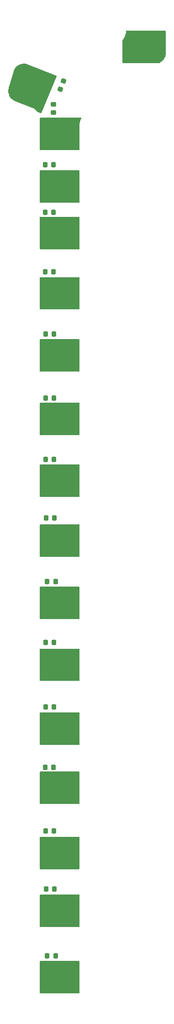
<source format=gbr>
%TF.GenerationSoftware,KiCad,Pcbnew,8.0.2*%
%TF.CreationDate,2025-02-02T12:39:54+01:00*%
%TF.ProjectId,FT25_AMS_VSENS,46543235-5f41-44d5-935f-5653454e532e,rev?*%
%TF.SameCoordinates,Original*%
%TF.FileFunction,Soldermask,Top*%
%TF.FilePolarity,Negative*%
%FSLAX46Y46*%
G04 Gerber Fmt 4.6, Leading zero omitted, Abs format (unit mm)*
G04 Created by KiCad (PCBNEW 8.0.2) date 2025-02-02 12:39:54*
%MOMM*%
%LPD*%
G01*
G04 APERTURE LIST*
G04 Aperture macros list*
%AMRoundRect*
0 Rectangle with rounded corners*
0 $1 Rounding radius*
0 $2 $3 $4 $5 $6 $7 $8 $9 X,Y pos of 4 corners*
0 Add a 4 corners polygon primitive as box body*
4,1,4,$2,$3,$4,$5,$6,$7,$8,$9,$2,$3,0*
0 Add four circle primitives for the rounded corners*
1,1,$1+$1,$2,$3*
1,1,$1+$1,$4,$5*
1,1,$1+$1,$6,$7*
1,1,$1+$1,$8,$9*
0 Add four rect primitives between the rounded corners*
20,1,$1+$1,$2,$3,$4,$5,0*
20,1,$1+$1,$4,$5,$6,$7,0*
20,1,$1+$1,$6,$7,$8,$9,0*
20,1,$1+$1,$8,$9,$2,$3,0*%
G04 Aperture macros list end*
%ADD10RoundRect,0.218750X-0.165979X0.293200X-0.315613X-0.117915X0.165979X-0.293200X0.315613X0.117915X0*%
%ADD11RoundRect,0.218750X0.218750X0.256250X-0.218750X0.256250X-0.218750X-0.256250X0.218750X-0.256250X0*%
%ADD12RoundRect,0.218750X-0.218750X-0.256250X0.218750X-0.256250X0.218750X0.256250X-0.218750X0.256250X0*%
%ADD13RoundRect,0.381000X0.381000X-0.762000X0.381000X0.762000X-0.381000X0.762000X-0.381000X-0.762000X0*%
%ADD14RoundRect,0.218750X-0.256250X0.218750X-0.256250X-0.218750X0.256250X-0.218750X0.256250X0.218750X0*%
%ADD15RoundRect,0.381000X-0.381000X0.762000X-0.381000X-0.762000X0.381000X-0.762000X0.381000X0.762000X0*%
%ADD16RoundRect,0.381000X-0.849799X-0.060393X0.558194X-0.643603X0.849799X0.060393X-0.558194X0.643603X0*%
G04 APERTURE END LIST*
D10*
%TO.C,F16*%
X200519340Y-68009992D03*
X199980660Y-69490008D03*
%TD*%
D11*
%TO.C,F4*%
X198887500Y-148900000D03*
X197312500Y-148900000D03*
%TD*%
D12*
%TO.C,F8*%
X197512500Y-229900000D03*
X199087500Y-229900000D03*
%TD*%
D11*
%TO.C,F2*%
X198687500Y-103300000D03*
X197112500Y-103300000D03*
%TD*%
D13*
%TO.C,J12*%
X199750000Y-198600000D03*
%TD*%
%TO.C,J17*%
X199750000Y-87350000D03*
%TD*%
%TO.C,J16*%
X199750000Y-107100000D03*
%TD*%
D14*
%TO.C,F15*%
X198700000Y-72312499D03*
X198700000Y-73887501D03*
%TD*%
D15*
%TO.C,J11*%
X199750000Y-221850000D03*
%TD*%
D13*
%TO.C,J4*%
X199950000Y-95942699D03*
%TD*%
%TO.C,J9*%
X199776785Y-210600000D03*
%TD*%
D11*
%TO.C,F5*%
X198787500Y-171900000D03*
X197212500Y-171900000D03*
%TD*%
D12*
%TO.C,F11*%
X197512500Y-160600000D03*
X199087500Y-160600000D03*
%TD*%
D11*
%TO.C,F1*%
X198687501Y-83500000D03*
X197112499Y-83500000D03*
%TD*%
D13*
%TO.C,J8*%
X199776785Y-187657301D03*
%TD*%
%TO.C,J1*%
X215800000Y-62000000D03*
%TD*%
D11*
%TO.C,F6*%
X198687500Y-195000000D03*
X197112500Y-195000000D03*
%TD*%
D16*
%TO.C,J2*%
X194500000Y-69200000D03*
%TD*%
D12*
%TO.C,F10*%
X197212500Y-183800000D03*
X198787500Y-183800000D03*
%TD*%
%TO.C,F9*%
X197212500Y-206800000D03*
X198787500Y-206800000D03*
%TD*%
%TO.C,F14*%
X197112500Y-92300000D03*
X198687500Y-92300000D03*
%TD*%
%TO.C,F12*%
X197212500Y-138000000D03*
X198787500Y-138000000D03*
%TD*%
D13*
%TO.C,J6*%
X199750000Y-141600000D03*
%TD*%
D15*
%TO.C,J14*%
X199750000Y-153100000D03*
%TD*%
%TO.C,J10*%
X199750000Y-233600000D03*
%TD*%
%TO.C,J13*%
X199750000Y-175850000D03*
%TD*%
D11*
%TO.C,F3*%
X198787500Y-126700000D03*
X197212500Y-126700000D03*
%TD*%
D13*
%TO.C,J5*%
X199750000Y-118600000D03*
%TD*%
D12*
%TO.C,F13*%
X197212500Y-114800000D03*
X198787500Y-114800000D03*
%TD*%
D13*
%TO.C,J7*%
X199776785Y-164407301D03*
%TD*%
D15*
%TO.C,J15*%
X199750000Y-130600000D03*
%TD*%
D12*
%TO.C,F7*%
X197312500Y-217500000D03*
X198887500Y-217500000D03*
%TD*%
D13*
%TO.C,J3*%
X200000000Y-78100000D03*
%TD*%
G36*
X193277263Y-64798191D02*
G01*
X193536426Y-64825238D01*
X193553372Y-64828206D01*
X193807347Y-64891123D01*
X193821741Y-64895634D01*
X193942839Y-64941847D01*
X193944819Y-64942622D01*
X198639985Y-66827255D01*
X198837345Y-66903921D01*
X198837351Y-66903923D01*
X199171127Y-67004058D01*
X199229682Y-67042176D01*
X199258334Y-67105901D01*
X199249939Y-67170563D01*
X196454089Y-73873494D01*
X196410113Y-73927789D01*
X196343765Y-73949691D01*
X196291869Y-73940186D01*
X195775546Y-73724607D01*
X195721266Y-73680612D01*
X195720598Y-73679634D01*
X195701195Y-73650937D01*
X195499961Y-73431948D01*
X195268503Y-73245168D01*
X195268498Y-73245165D01*
X195011939Y-73094728D01*
X194832824Y-73018997D01*
X194825866Y-73017113D01*
X191557750Y-71705320D01*
X191555667Y-71704462D01*
X191428094Y-71650544D01*
X191413762Y-71643362D01*
X191173786Y-71503001D01*
X191158733Y-71492636D01*
X190942879Y-71319234D01*
X190929512Y-71306768D01*
X190741492Y-71103520D01*
X190730103Y-71089225D01*
X190574002Y-70860545D01*
X190564838Y-70844732D01*
X190444047Y-70595593D01*
X190437307Y-70578603D01*
X190354450Y-70314410D01*
X190350281Y-70296615D01*
X190307160Y-70023115D01*
X190305652Y-70004899D01*
X190303204Y-69728030D01*
X190304390Y-69709792D01*
X190342819Y-69434471D01*
X190346065Y-69418740D01*
X190382767Y-69285252D01*
X190383375Y-69283114D01*
X191280548Y-66234872D01*
X191281180Y-66232795D01*
X191320149Y-66108472D01*
X191325507Y-66094424D01*
X191433415Y-65856042D01*
X191441580Y-65840899D01*
X191580862Y-65620666D01*
X191591044Y-65606799D01*
X191759466Y-65407966D01*
X191771470Y-65395641D01*
X191965791Y-65222035D01*
X191979385Y-65211490D01*
X192195872Y-65066445D01*
X192210795Y-65057883D01*
X192445262Y-64944205D01*
X192461226Y-64937792D01*
X192709182Y-64857656D01*
X192725881Y-64853514D01*
X192982527Y-64808473D01*
X192999638Y-64806681D01*
X193260069Y-64797596D01*
X193277263Y-64798191D01*
G37*
G36*
X203818992Y-74812384D02*
G01*
X203864747Y-74865188D01*
X203874691Y-74934346D01*
X203857761Y-74981357D01*
X203753769Y-75151529D01*
X203644043Y-75403014D01*
X203644042Y-75403016D01*
X203569724Y-75667141D01*
X203532208Y-75938954D01*
X203529941Y-76076139D01*
X203529941Y-80668699D01*
X203510256Y-80735738D01*
X203457452Y-80781493D01*
X203405941Y-80792699D01*
X196253941Y-80792699D01*
X196186902Y-80773014D01*
X196141147Y-80720210D01*
X196129941Y-80668699D01*
X196129941Y-74916699D01*
X196149626Y-74849660D01*
X196202430Y-74803905D01*
X196253941Y-74792699D01*
X203751953Y-74792699D01*
X203818992Y-74812384D01*
G37*
G36*
X203472980Y-115812384D02*
G01*
X203518735Y-115865188D01*
X203529941Y-115916699D01*
X203529941Y-121668699D01*
X203510256Y-121735738D01*
X203457452Y-121781493D01*
X203405941Y-121792699D01*
X196253941Y-121792699D01*
X196186902Y-121773014D01*
X196141147Y-121720210D01*
X196129941Y-121668699D01*
X196129941Y-115916699D01*
X196149626Y-115849660D01*
X196202430Y-115803905D01*
X196253941Y-115792699D01*
X203405941Y-115792699D01*
X203472980Y-115812384D01*
G37*
G36*
X203472980Y-195812384D02*
G01*
X203518735Y-195865188D01*
X203529941Y-195916699D01*
X203529941Y-201668699D01*
X203510256Y-201735738D01*
X203457452Y-201781493D01*
X203405941Y-201792699D01*
X196253941Y-201792699D01*
X196186902Y-201773014D01*
X196141147Y-201720210D01*
X196129941Y-201668699D01*
X196129941Y-195916699D01*
X196149626Y-195849660D01*
X196202430Y-195803905D01*
X196253941Y-195792699D01*
X203405941Y-195792699D01*
X203472980Y-195812384D01*
G37*
G36*
X203472980Y-150062384D02*
G01*
X203518735Y-150115188D01*
X203529941Y-150166699D01*
X203529941Y-155918699D01*
X203510256Y-155985738D01*
X203457452Y-156031493D01*
X203405941Y-156042699D01*
X196253941Y-156042699D01*
X196186902Y-156023014D01*
X196141147Y-155970210D01*
X196129941Y-155918699D01*
X196129941Y-150166699D01*
X196149626Y-150099660D01*
X196202430Y-150053905D01*
X196253941Y-150042699D01*
X203405941Y-150042699D01*
X203472980Y-150062384D01*
G37*
G36*
X203472980Y-230869685D02*
G01*
X203518735Y-230922489D01*
X203529941Y-230974000D01*
X203529941Y-236726000D01*
X203510256Y-236793039D01*
X203457452Y-236838794D01*
X203405941Y-236850000D01*
X196253941Y-236850000D01*
X196186902Y-236830315D01*
X196141147Y-236777511D01*
X196129941Y-236726000D01*
X196129941Y-230974000D01*
X196149626Y-230906961D01*
X196202430Y-230861206D01*
X196253941Y-230850000D01*
X203405941Y-230850000D01*
X203472980Y-230869685D01*
G37*
G36*
X203472980Y-138991805D02*
G01*
X203518735Y-139044609D01*
X203529941Y-139096120D01*
X203529941Y-144848120D01*
X203510256Y-144915159D01*
X203457452Y-144960914D01*
X203405941Y-144972120D01*
X196253941Y-144972120D01*
X196186902Y-144952435D01*
X196141147Y-144899631D01*
X196129941Y-144848120D01*
X196129941Y-139096120D01*
X196149626Y-139029081D01*
X196202430Y-138983326D01*
X196253941Y-138972120D01*
X203405941Y-138972120D01*
X203472980Y-138991805D01*
G37*
G36*
X203472980Y-173062384D02*
G01*
X203518735Y-173115188D01*
X203529941Y-173166699D01*
X203529941Y-178918699D01*
X203510256Y-178985738D01*
X203457452Y-179031493D01*
X203405941Y-179042699D01*
X196253941Y-179042699D01*
X196186902Y-179023014D01*
X196141147Y-178970210D01*
X196129941Y-178918699D01*
X196129941Y-173166699D01*
X196149626Y-173099660D01*
X196202430Y-173053905D01*
X196253941Y-173042699D01*
X203405941Y-173042699D01*
X203472980Y-173062384D01*
G37*
G36*
X203472980Y-184869685D02*
G01*
X203518735Y-184922489D01*
X203529941Y-184974000D01*
X203529941Y-190726000D01*
X203510256Y-190793039D01*
X203457452Y-190838794D01*
X203405941Y-190850000D01*
X196253941Y-190850000D01*
X196186902Y-190830315D01*
X196141147Y-190777511D01*
X196129941Y-190726000D01*
X196129941Y-184974000D01*
X196149626Y-184906961D01*
X196202430Y-184861206D01*
X196253941Y-184850000D01*
X203405941Y-184850000D01*
X203472980Y-184869685D01*
G37*
G36*
X203472980Y-127562384D02*
G01*
X203518735Y-127615188D01*
X203529941Y-127666699D01*
X203529941Y-133418699D01*
X203510256Y-133485738D01*
X203457452Y-133531493D01*
X203405941Y-133542699D01*
X196253941Y-133542699D01*
X196186902Y-133523014D01*
X196141147Y-133470210D01*
X196129941Y-133418699D01*
X196129941Y-127666699D01*
X196149626Y-127599660D01*
X196202430Y-127553905D01*
X196253941Y-127542699D01*
X203405941Y-127542699D01*
X203472980Y-127562384D01*
G37*
G36*
X203472980Y-84562384D02*
G01*
X203518735Y-84615188D01*
X203529941Y-84666699D01*
X203529941Y-90418699D01*
X203510256Y-90485738D01*
X203457452Y-90531493D01*
X203405941Y-90542699D01*
X196253941Y-90542699D01*
X196186902Y-90523014D01*
X196141147Y-90470210D01*
X196129941Y-90418699D01*
X196129941Y-84666699D01*
X196149626Y-84599660D01*
X196202430Y-84553905D01*
X196253941Y-84542699D01*
X203405941Y-84542699D01*
X203472980Y-84562384D01*
G37*
G36*
X203472980Y-93155083D02*
G01*
X203518735Y-93207887D01*
X203529941Y-93259398D01*
X203529941Y-99011398D01*
X203510256Y-99078437D01*
X203457452Y-99124192D01*
X203405941Y-99135398D01*
X196253941Y-99135398D01*
X196186902Y-99115713D01*
X196141147Y-99062909D01*
X196129941Y-99011398D01*
X196129941Y-93259398D01*
X196149626Y-93192359D01*
X196202430Y-93146604D01*
X196253941Y-93135398D01*
X203405941Y-93135398D01*
X203472980Y-93155083D01*
G37*
G36*
X203472980Y-218562384D02*
G01*
X203518735Y-218615188D01*
X203529941Y-218666699D01*
X203529941Y-224418699D01*
X203510256Y-224485738D01*
X203457452Y-224531493D01*
X203405941Y-224542699D01*
X196253941Y-224542699D01*
X196186902Y-224523014D01*
X196141147Y-224470210D01*
X196129941Y-224418699D01*
X196129941Y-218666699D01*
X196149626Y-218599660D01*
X196202430Y-218553905D01*
X196253941Y-218542699D01*
X203405941Y-218542699D01*
X203472980Y-218562384D01*
G37*
G36*
X203472980Y-104312384D02*
G01*
X203518735Y-104365188D01*
X203529941Y-104416699D01*
X203529941Y-110168699D01*
X203510256Y-110235738D01*
X203457452Y-110281493D01*
X203405941Y-110292699D01*
X196253941Y-110292699D01*
X196186902Y-110273014D01*
X196141147Y-110220210D01*
X196129941Y-110168699D01*
X196129941Y-104416699D01*
X196149626Y-104349660D01*
X196202430Y-104303905D01*
X196253941Y-104292699D01*
X203405941Y-104292699D01*
X203472980Y-104312384D01*
G37*
G36*
X203472980Y-207869685D02*
G01*
X203518735Y-207922489D01*
X203529941Y-207974000D01*
X203529941Y-213726000D01*
X203510256Y-213793039D01*
X203457452Y-213838794D01*
X203405941Y-213850000D01*
X196253941Y-213850000D01*
X196186902Y-213830315D01*
X196141147Y-213777511D01*
X196129941Y-213726000D01*
X196129941Y-207974000D01*
X196149626Y-207906961D01*
X196202430Y-207861206D01*
X196253941Y-207850000D01*
X203405941Y-207850000D01*
X203472980Y-207869685D01*
G37*
G36*
X203472980Y-161619685D02*
G01*
X203518735Y-161672489D01*
X203529941Y-161724000D01*
X203529941Y-167476000D01*
X203510256Y-167543039D01*
X203457452Y-167588794D01*
X203405941Y-167600000D01*
X196253941Y-167600000D01*
X196186902Y-167580315D01*
X196141147Y-167527511D01*
X196129941Y-167476000D01*
X196129941Y-161724000D01*
X196149626Y-161656961D01*
X196202430Y-161611206D01*
X196253941Y-161600000D01*
X203405941Y-161600000D01*
X203472980Y-161619685D01*
G37*
G36*
X219446445Y-58712384D02*
G01*
X219492200Y-58765188D01*
X219503406Y-58816699D01*
X219503406Y-62808103D01*
X219503390Y-62810124D01*
X219501292Y-62938835D01*
X219500144Y-62953768D01*
X219464818Y-63209714D01*
X219461347Y-63226346D01*
X219391641Y-63474080D01*
X219385929Y-63490082D01*
X219283012Y-63725962D01*
X219275166Y-63741034D01*
X219140966Y-63960635D01*
X219131134Y-63974492D01*
X218968176Y-64173683D01*
X218956541Y-64186065D01*
X218767137Y-64361802D01*
X218755585Y-64371292D01*
X218651397Y-64446835D01*
X218649733Y-64448021D01*
X218332325Y-64670274D01*
X218266119Y-64692601D01*
X218261201Y-64692699D01*
X211624000Y-64692699D01*
X211556961Y-64673014D01*
X211511206Y-64620210D01*
X211500000Y-64568699D01*
X211500000Y-60440482D01*
X211519685Y-60373443D01*
X211539657Y-60349585D01*
X211562809Y-60328101D01*
X211562818Y-60328091D01*
X211736538Y-60115731D01*
X211736540Y-60115727D01*
X211879614Y-59881585D01*
X211989333Y-59630092D01*
X211989338Y-59630078D01*
X212063641Y-59365962D01*
X212063645Y-59365940D01*
X212101145Y-59094150D01*
X212101147Y-59094127D01*
X212103406Y-58956955D01*
X212103406Y-58816699D01*
X212123091Y-58749660D01*
X212175895Y-58703905D01*
X212227406Y-58692699D01*
X219379406Y-58692699D01*
X219446445Y-58712384D01*
G37*
M02*

</source>
